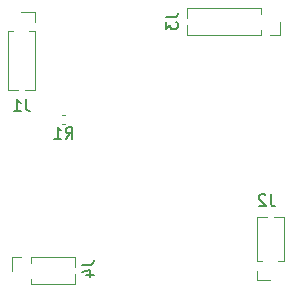
<source format=gbo>
%TF.GenerationSoftware,KiCad,Pcbnew,9.0.5-1.fc42*%
%TF.CreationDate,2025-12-02T21:58:10+01:00*%
%TF.ProjectId,Block-Simple-Switch,426c6f63-6b2d-4536-996d-706c652d5377,rev?*%
%TF.SameCoordinates,Original*%
%TF.FileFunction,Legend,Bot*%
%TF.FilePolarity,Positive*%
%FSLAX46Y46*%
G04 Gerber Fmt 4.6, Leading zero omitted, Abs format (unit mm)*
G04 Created by KiCad (PCBNEW 9.0.5-1.fc42) date 2025-12-02 21:58:10*
%MOMM*%
%LPD*%
G01*
G04 APERTURE LIST*
%ADD10C,0.150000*%
%ADD11C,0.120000*%
G04 APERTURE END LIST*
D10*
X128883733Y-109691819D02*
X128883733Y-110406104D01*
X128883733Y-110406104D02*
X128931352Y-110548961D01*
X128931352Y-110548961D02*
X129026590Y-110644200D01*
X129026590Y-110644200D02*
X129169447Y-110691819D01*
X129169447Y-110691819D02*
X129264685Y-110691819D01*
X127883733Y-110691819D02*
X128455161Y-110691819D01*
X128169447Y-110691819D02*
X128169447Y-109691819D01*
X128169447Y-109691819D02*
X128264685Y-109834676D01*
X128264685Y-109834676D02*
X128359923Y-109929914D01*
X128359923Y-109929914D02*
X128455161Y-109977533D01*
X149620410Y-117741619D02*
X149620410Y-118455904D01*
X149620410Y-118455904D02*
X149668029Y-118598761D01*
X149668029Y-118598761D02*
X149763267Y-118694000D01*
X149763267Y-118694000D02*
X149906124Y-118741619D01*
X149906124Y-118741619D02*
X150001362Y-118741619D01*
X149191838Y-117836857D02*
X149144219Y-117789238D01*
X149144219Y-117789238D02*
X149048981Y-117741619D01*
X149048981Y-117741619D02*
X148810886Y-117741619D01*
X148810886Y-117741619D02*
X148715648Y-117789238D01*
X148715648Y-117789238D02*
X148668029Y-117836857D01*
X148668029Y-117836857D02*
X148620410Y-117932095D01*
X148620410Y-117932095D02*
X148620410Y-118027333D01*
X148620410Y-118027333D02*
X148668029Y-118170190D01*
X148668029Y-118170190D02*
X149239457Y-118741619D01*
X149239457Y-118741619D02*
X148620410Y-118741619D01*
X140754019Y-102766266D02*
X141468304Y-102766266D01*
X141468304Y-102766266D02*
X141611161Y-102718647D01*
X141611161Y-102718647D02*
X141706400Y-102623409D01*
X141706400Y-102623409D02*
X141754019Y-102480552D01*
X141754019Y-102480552D02*
X141754019Y-102385314D01*
X140754019Y-103147219D02*
X140754019Y-103766266D01*
X140754019Y-103766266D02*
X141134971Y-103432933D01*
X141134971Y-103432933D02*
X141134971Y-103575790D01*
X141134971Y-103575790D02*
X141182590Y-103671028D01*
X141182590Y-103671028D02*
X141230209Y-103718647D01*
X141230209Y-103718647D02*
X141325447Y-103766266D01*
X141325447Y-103766266D02*
X141563542Y-103766266D01*
X141563542Y-103766266D02*
X141658780Y-103718647D01*
X141658780Y-103718647D02*
X141706400Y-103671028D01*
X141706400Y-103671028D02*
X141754019Y-103575790D01*
X141754019Y-103575790D02*
X141754019Y-103290076D01*
X141754019Y-103290076D02*
X141706400Y-103194838D01*
X141706400Y-103194838D02*
X141658780Y-103147219D01*
X133675419Y-123693866D02*
X134389704Y-123693866D01*
X134389704Y-123693866D02*
X134532561Y-123646247D01*
X134532561Y-123646247D02*
X134627800Y-123551009D01*
X134627800Y-123551009D02*
X134675419Y-123408152D01*
X134675419Y-123408152D02*
X134675419Y-123312914D01*
X134008752Y-124598628D02*
X134675419Y-124598628D01*
X133627800Y-124360533D02*
X134342085Y-124122438D01*
X134342085Y-124122438D02*
X134342085Y-124741485D01*
X132272066Y-113039819D02*
X132605399Y-112563628D01*
X132843494Y-113039819D02*
X132843494Y-112039819D01*
X132843494Y-112039819D02*
X132462542Y-112039819D01*
X132462542Y-112039819D02*
X132367304Y-112087438D01*
X132367304Y-112087438D02*
X132319685Y-112135057D01*
X132319685Y-112135057D02*
X132272066Y-112230295D01*
X132272066Y-112230295D02*
X132272066Y-112373152D01*
X132272066Y-112373152D02*
X132319685Y-112468390D01*
X132319685Y-112468390D02*
X132367304Y-112516009D01*
X132367304Y-112516009D02*
X132462542Y-112563628D01*
X132462542Y-112563628D02*
X132843494Y-112563628D01*
X131319685Y-113039819D02*
X131891113Y-113039819D01*
X131605399Y-113039819D02*
X131605399Y-112039819D01*
X131605399Y-112039819D02*
X131700637Y-112182676D01*
X131700637Y-112182676D02*
X131795875Y-112277914D01*
X131795875Y-112277914D02*
X131891113Y-112325533D01*
D11*
%TO.C,J1*%
X129685000Y-102315000D02*
X128525000Y-102315000D01*
X129685000Y-103125000D02*
X129685000Y-102315000D01*
X129685000Y-103935000D02*
X129685000Y-108950000D01*
X129685000Y-103935000D02*
X129191708Y-103935000D01*
X129685000Y-108950000D02*
X128842923Y-108950000D01*
X128207077Y-108950000D02*
X127365000Y-108950000D01*
X127858292Y-103935000D02*
X127365000Y-103935000D01*
X127365000Y-103935000D02*
X127365000Y-108950000D01*
%TO.C,J2*%
X148445000Y-125015000D02*
X149605000Y-125015000D01*
X148445000Y-124205000D02*
X148445000Y-125015000D01*
X150765000Y-123395000D02*
X150765000Y-119650000D01*
X150271708Y-123395000D02*
X150765000Y-123395000D01*
X148445000Y-123395000D02*
X148938292Y-123395000D01*
X148445000Y-123395000D02*
X148445000Y-119650000D01*
X149922923Y-119650000D02*
X150765000Y-119650000D01*
X148445000Y-119650000D02*
X149287077Y-119650000D01*
%TO.C,J3*%
X142510000Y-104285000D02*
X142510000Y-103442923D01*
X142510000Y-102807077D02*
X142510000Y-101965000D01*
X148795000Y-104285000D02*
X142510000Y-104285000D01*
X148795000Y-104285000D02*
X148795000Y-103791708D01*
X148795000Y-102458292D02*
X148795000Y-101965000D01*
X148795000Y-101965000D02*
X142510000Y-101965000D01*
X149605000Y-104285000D02*
X150415000Y-104285000D01*
X150415000Y-104285000D02*
X150415000Y-103125000D01*
%TO.C,J4*%
X129335000Y-125365000D02*
X133080000Y-125365000D01*
X129335000Y-124871708D02*
X129335000Y-125365000D01*
X133080000Y-124522923D02*
X133080000Y-125365000D01*
X133080000Y-123045000D02*
X133080000Y-123887077D01*
X129335000Y-123045000D02*
X129335000Y-123538292D01*
X129335000Y-123045000D02*
X133080000Y-123045000D01*
X128525000Y-123045000D02*
X127715000Y-123045000D01*
X127715000Y-123045000D02*
X127715000Y-124205000D01*
%TO.C,R1*%
X131951759Y-111795000D02*
X132259041Y-111795000D01*
X131951759Y-111035000D02*
X132259041Y-111035000D01*
%TD*%
M02*

</source>
